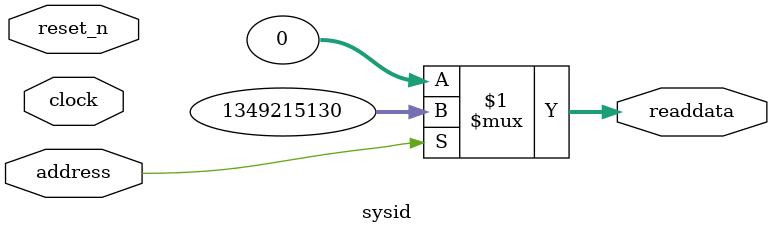
<source format=v>

`timescale 1ns / 1ps
// synthesis translate_on

// turn off superfluous verilog processor warnings 
// altera message_level Level1 
// altera message_off 10034 10035 10036 10037 10230 10240 10030 

module sysid (
               // inputs:
                address,
                clock,
                reset_n,

               // outputs:
                readdata
             )
;

  output  [ 31: 0] readdata;
  input            address;
  input            clock;
  input            reset_n;

  wire    [ 31: 0] readdata;
  //control_slave, which is an e_avalon_slave
  assign readdata = address ? 1349215130 : 0;

endmodule


</source>
